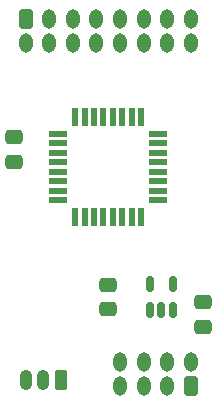
<source format=gbr>
%TF.GenerationSoftware,KiCad,Pcbnew,7.0.6*%
%TF.CreationDate,2023-08-01T20:56:41-04:00*%
%TF.ProjectId,mcumod-am8,6d63756d-6f64-42d6-916d-382e6b696361,rev?*%
%TF.SameCoordinates,Original*%
%TF.FileFunction,Soldermask,Top*%
%TF.FilePolarity,Negative*%
%FSLAX46Y46*%
G04 Gerber Fmt 4.6, Leading zero omitted, Abs format (unit mm)*
G04 Created by KiCad (PCBNEW 7.0.6) date 2023-08-01 20:56:41*
%MOMM*%
%LPD*%
G01*
G04 APERTURE LIST*
G04 Aperture macros list*
%AMRoundRect*
0 Rectangle with rounded corners*
0 $1 Rounding radius*
0 $2 $3 $4 $5 $6 $7 $8 $9 X,Y pos of 4 corners*
0 Add a 4 corners polygon primitive as box body*
4,1,4,$2,$3,$4,$5,$6,$7,$8,$9,$2,$3,0*
0 Add four circle primitives for the rounded corners*
1,1,$1+$1,$2,$3*
1,1,$1+$1,$4,$5*
1,1,$1+$1,$6,$7*
1,1,$1+$1,$8,$9*
0 Add four rect primitives between the rounded corners*
20,1,$1+$1,$2,$3,$4,$5,0*
20,1,$1+$1,$4,$5,$6,$7,0*
20,1,$1+$1,$6,$7,$8,$9,0*
20,1,$1+$1,$8,$9,$2,$3,0*%
G04 Aperture macros list end*
%ADD10RoundRect,0.150000X0.150000X-0.512500X0.150000X0.512500X-0.150000X0.512500X-0.150000X-0.512500X0*%
%ADD11R,0.550000X1.600000*%
%ADD12R,1.600000X0.550000*%
%ADD13RoundRect,0.250000X0.265000X0.615000X-0.265000X0.615000X-0.265000X-0.615000X0.265000X-0.615000X0*%
%ADD14O,1.030000X1.730000*%
%ADD15RoundRect,0.250000X-0.350000X-0.575000X0.350000X-0.575000X0.350000X0.575000X-0.350000X0.575000X0*%
%ADD16O,1.200000X1.650000*%
%ADD17RoundRect,0.250000X0.350000X0.575000X-0.350000X0.575000X-0.350000X-0.575000X0.350000X-0.575000X0*%
%ADD18RoundRect,0.250000X-0.475000X0.337500X-0.475000X-0.337500X0.475000X-0.337500X0.475000X0.337500X0*%
%ADD19RoundRect,0.250000X0.475000X-0.337500X0.475000X0.337500X-0.475000X0.337500X-0.475000X-0.337500X0*%
G04 APERTURE END LIST*
D10*
%TO.C,U2*%
X113550000Y-126637500D03*
X114500000Y-126637500D03*
X115450000Y-126637500D03*
X115450000Y-124362500D03*
X113550000Y-124362500D03*
%TD*%
D11*
%TO.C,U1*%
X112800000Y-118750000D03*
X112000000Y-118750000D03*
X111200000Y-118750000D03*
X110400000Y-118750000D03*
X109600000Y-118750000D03*
X108800000Y-118750000D03*
X108000000Y-118750000D03*
X107200000Y-118750000D03*
D12*
X105750000Y-117300000D03*
X105750000Y-116500000D03*
X105750000Y-115700000D03*
X105750000Y-114900000D03*
X105750000Y-114100000D03*
X105750000Y-113300000D03*
X105750000Y-112500000D03*
X105750000Y-111700000D03*
D11*
X107200000Y-110250000D03*
X108000000Y-110250000D03*
X108800000Y-110250000D03*
X109600000Y-110250000D03*
X110400000Y-110250000D03*
X111200000Y-110250000D03*
X112000000Y-110250000D03*
X112800000Y-110250000D03*
D12*
X114250000Y-111700000D03*
X114250000Y-112500000D03*
X114250000Y-113300000D03*
X114250000Y-114100000D03*
X114250000Y-114900000D03*
X114250000Y-115700000D03*
X114250000Y-116500000D03*
X114250000Y-117300000D03*
%TD*%
D13*
%TO.C,J2*%
X106000000Y-132500000D03*
D14*
X104500000Y-132500000D03*
X103000000Y-132500000D03*
%TD*%
D15*
%TO.C,J1*%
X103000000Y-102000000D03*
D16*
X103000000Y-104000000D03*
X105000000Y-102000000D03*
X105000000Y-104000000D03*
X107000000Y-102000000D03*
X107000000Y-104000000D03*
X109000000Y-102000000D03*
X109000000Y-104000000D03*
X111000000Y-102000000D03*
X111000000Y-104000000D03*
X113000000Y-102000000D03*
X113000000Y-104000000D03*
X115000000Y-102000000D03*
X115000000Y-104000000D03*
X117000000Y-102000000D03*
X117000000Y-104000000D03*
D17*
X117000000Y-133000000D03*
D16*
X117000000Y-131000000D03*
X115000000Y-133000000D03*
X115000000Y-131000000D03*
X113000000Y-133000000D03*
X113000000Y-131000000D03*
X111000000Y-133000000D03*
X111000000Y-131000000D03*
%TD*%
D18*
%TO.C,C3*%
X102000000Y-111962500D03*
X102000000Y-114037500D03*
%TD*%
%TO.C,C2*%
X110000000Y-124462500D03*
X110000000Y-126537500D03*
%TD*%
D19*
%TO.C,C1*%
X118000000Y-128037500D03*
X118000000Y-125962500D03*
%TD*%
M02*

</source>
